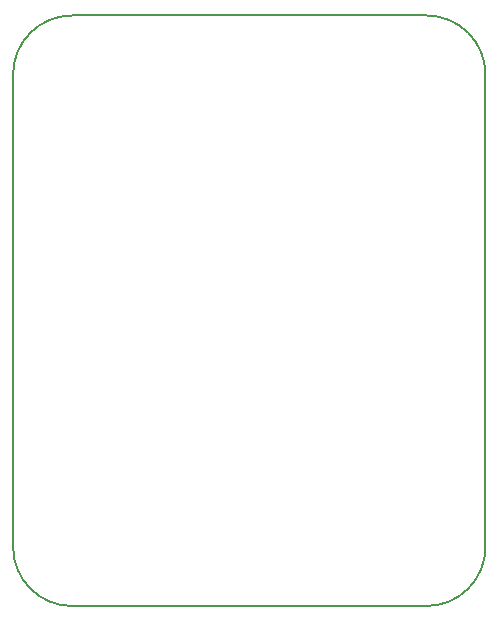
<source format=gko>
G04 Layer: BoardOutlineLayer*
G04 EasyEDA Pro v2.2.27.1, 2024-09-15 10:59:50*
G04 Gerber Generator version 0.3*
G04 Scale: 100 percent, Rotated: No, Reflected: No*
G04 Dimensions in millimeters*
G04 Leading zeros omitted, absolute positions, 3 integers and 5 decimals*
%TF.GenerationSoftware,KiCad,Pcbnew,8.0.5*%
%TF.CreationDate,2024-10-25T17:28:07+08:00*%
%TF.ProjectId,LED_SMT_5730_5S6P_15W,4c45445f-534d-4545-9f35-3733305f3553,rev?*%
%TF.SameCoordinates,Original*%
%TF.FileFunction,Profile,NP*%
%FSLAX46Y46*%
G04 Gerber Fmt 4.6, Leading zero omitted, Abs format (unit mm)*
G04 Created by KiCad (PCBNEW 8.0.5) date 2024-10-25 17:28:07*
%MOMM*%
%LPD*%
G01*
G04 APERTURE LIST*
%TA.AperFunction,Profile*%
%ADD10C,0.200000*%
%TD*%
G04 APERTURE END LIST*
D10*
X130000000Y-140000000D02*
X100000000Y-140000000D01*
X135000000Y-95000000D02*
X135000000Y-135000000D01*
X95000000Y-135000000D02*
X95000000Y-95000000D01*
X130000000Y-90000000D02*
G75*
G02*
X135000000Y-95000000I0J-5000000D01*
G01*
X100000000Y-90000000D02*
X130000000Y-90000000D01*
X100000000Y-140000000D02*
G75*
G02*
X95000000Y-135000000I0J5000000D01*
G01*
X135000000Y-135000000D02*
G75*
G02*
X130000000Y-140000000I-5000000J0D01*
G01*
X95000000Y-95000000D02*
G75*
G02*
X100000000Y-90000000I5000000J0D01*
G01*
M02*

</source>
